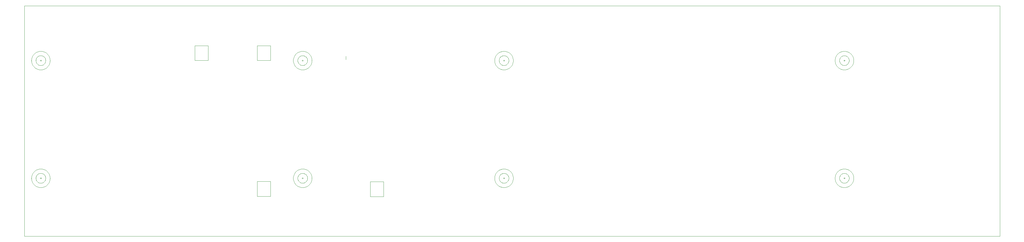
<source format=gts>
*%FSLAX23Y23*%
*%MOIN*%
G01*
D11*
X4105Y6604D02*
X15837D01*
Y9379D02*
X4105D01*
Y6604D01*
X15837D02*
Y9379D01*
D25*
X15125Y8629D02*
D03*
Y7189D02*
D03*
D27*
X15185Y9204D02*
D03*
X15180Y8494D02*
D03*
X15175Y8789D02*
D03*
X15125Y8919D02*
D03*
Y8569D02*
D03*
X15185Y7789D02*
D03*
Y7084D02*
D03*
Y6734D02*
D03*
X15155Y6759D02*
D03*
X15125Y6784D02*
D03*
X15095Y6809D02*
D03*
X15185Y7134D02*
D03*
X15155Y7349D02*
D03*
Y7489D02*
D03*
X15030Y6829D02*
D03*
X15025Y7534D02*
D03*
X14885Y8884D02*
D03*
X14990Y8839D02*
D03*
X14880Y8179D02*
D03*
X14915Y8639D02*
D03*
X14850Y8769D02*
D03*
X15020Y8239D02*
D03*
X14840Y7284D02*
D03*
X14885Y7399D02*
D03*
Y6769D02*
D03*
X14935Y7194D02*
D03*
X14710Y9134D02*
D03*
X14705Y8359D02*
D03*
X14710Y7709D02*
D03*
X14485Y9079D02*
D03*
Y8649D02*
D03*
Y8004D02*
D03*
X14455Y8929D02*
D03*
X14490Y7089D02*
D03*
X14560Y6904D02*
D03*
X14350Y8184D02*
D03*
X14290Y7860D02*
D03*
Y8504D02*
D03*
X14295Y9249D02*
D03*
X14345Y7264D02*
D03*
Y7534D02*
D03*
X14094Y9064D02*
D03*
X14185Y8909D02*
D03*
X14095Y8239D02*
D03*
X14145Y7554D02*
D03*
X13955Y9209D02*
D03*
X13900Y6989D02*
D03*
X14038Y7662D02*
D03*
X13705Y9334D02*
D03*
X13780Y8889D02*
D03*
X13790Y7794D02*
D03*
Y8279D02*
D03*
X13805Y8379D02*
D03*
X13730Y7934D02*
D03*
X13670Y8368D02*
D03*
X13795Y7934D02*
D03*
X13765Y6894D02*
D03*
X13790Y7284D02*
D03*
X13805Y7454D02*
D03*
X13660Y7599D02*
D03*
X13480Y8609D02*
D03*
X13511Y8574D02*
D03*
X13570Y8889D02*
D03*
X13485Y8104D02*
D03*
Y7619D02*
D03*
X13540Y6794D02*
D03*
X13578Y7044D02*
D03*
X13485Y7529D02*
D03*
X13335Y9299D02*
D03*
X13370Y8434D02*
D03*
X13385Y7964D02*
D03*
X13363Y8521D02*
D03*
X13260Y8474D02*
D03*
X13425Y7964D02*
D03*
X13410Y7919D02*
D03*
X13425Y7019D02*
D03*
X13410Y7434D02*
D03*
X13430Y6944D02*
D03*
X13410Y7474D02*
D03*
X13250Y7987D02*
D03*
X13185Y8909D02*
D03*
X13120Y6997D02*
D03*
X13255Y7539D02*
D03*
X12885Y9249D02*
D03*
X12880Y7874D02*
D03*
Y8324D02*
D03*
Y8699D02*
D03*
Y8549D02*
D03*
Y8099D02*
D03*
X12930Y7019D02*
D03*
X12880Y7424D02*
D03*
Y7199D02*
D03*
Y7649D02*
D03*
X12857Y9324D02*
D03*
X12805Y9074D02*
D03*
X12804Y9194D02*
D03*
X12736Y8979D02*
D03*
X12750Y6854D02*
D03*
X12865D02*
D03*
Y6959D02*
D03*
X12750Y6989D02*
D03*
X12715Y6874D02*
D03*
X12575Y9134D02*
D03*
X12610Y8499D02*
D03*
X12505Y9152D02*
D03*
X12525Y8509D02*
D03*
X12495Y8479D02*
D03*
X12623Y8808D02*
D03*
X12601Y8778D02*
D03*
X12560Y8344D02*
D03*
X12570Y7759D02*
D03*
X12568Y8190D02*
D03*
X12531Y7955D02*
D03*
X12593Y6796D02*
D03*
X12465Y8788D02*
D03*
X12284Y8909D02*
D03*
X12343Y8363D02*
D03*
X12403Y8364D02*
D03*
X12373Y8394D02*
D03*
X12313D02*
D03*
X12435Y8419D02*
D03*
X12465Y8449D02*
D03*
X12285Y7754D02*
D03*
X12440Y7759D02*
D03*
X12437Y8190D02*
D03*
Y8065D02*
D03*
X12470Y7299D02*
D03*
X12315Y6854D02*
D03*
Y7009D02*
D03*
X12470Y7635D02*
D03*
X12415Y7069D02*
D03*
Y6949D02*
D03*
X12450Y6909D02*
D03*
X12361Y6764D02*
D03*
X12244Y8909D02*
D03*
X12258Y8394D02*
D03*
X12228Y8419D02*
D03*
X12198Y8449D02*
D03*
X12168Y8479D02*
D03*
X12113Y8404D02*
D03*
X12100Y7869D02*
D03*
X12130Y7839D02*
D03*
X12255Y7784D02*
D03*
X12225Y7814D02*
D03*
X12195Y7844D02*
D03*
X12200Y6854D02*
D03*
Y7039D02*
D03*
X12165Y6874D02*
D03*
X12053Y8464D02*
D03*
X11910Y8294D02*
D03*
X12083Y8434D02*
D03*
X12070Y7899D02*
D03*
X12040Y7929D02*
D03*
X11970Y7939D02*
D03*
X11940Y7969D02*
D03*
X11910Y7999D02*
D03*
X11965Y7559D02*
D03*
X12045Y6796D02*
D03*
X11903Y6909D02*
D03*
X11901Y7319D02*
D03*
X11880Y8029D02*
D03*
Y8089D02*
D03*
X11850Y8119D02*
D03*
X11820Y8149D02*
D03*
X11765Y8239D02*
D03*
X11720Y6704D02*
D03*
X11750Y6734D02*
D03*
X11765Y7559D02*
D03*
X11705Y7214D02*
D03*
X11835Y7229D02*
D03*
X11865Y6909D02*
D03*
X11805Y6759D02*
D03*
X11830Y7039D02*
D03*
X11570Y8524D02*
D03*
X11535Y8494D02*
D03*
X11505Y8524D02*
D03*
X11655Y7300D02*
D03*
X11625Y7414D02*
D03*
X11595Y7484D02*
D03*
X11565Y7559D02*
D03*
X11535Y6824D02*
D03*
X11660Y6649D02*
D03*
X11690Y6674D02*
D03*
X11385Y8324D02*
D03*
Y8024D02*
D03*
X11445Y8584D02*
D03*
X11410Y8375D02*
D03*
Y8120D02*
D03*
Y7903D02*
D03*
X11307Y8644D02*
D03*
X11385Y7679D02*
D03*
X11355Y7069D02*
D03*
X11410Y7647D02*
D03*
X11323Y7378D02*
D03*
X11465Y7389D02*
D03*
X11311Y6914D02*
D03*
X11220Y8529D02*
D03*
X11175Y8304D02*
D03*
X11300Y8218D02*
D03*
Y7824D02*
D03*
X11250Y8304D02*
D03*
X11200Y7094D02*
D03*
X11230Y7499D02*
D03*
X11155Y7144D02*
D03*
X11110D02*
D03*
Y7094D02*
D03*
X11150Y7709D02*
D03*
Y7634D02*
D03*
X11165Y7304D02*
D03*
X11055Y8444D02*
D03*
X10937Y8644D02*
D03*
X10976Y7199D02*
D03*
X11035Y7334D02*
D03*
X10935Y7199D02*
D03*
X11005Y6889D02*
D03*
Y6964D02*
D03*
X11095Y7579D02*
D03*
X10976Y7374D02*
D03*
X10760Y9344D02*
D03*
X10845Y8529D02*
D03*
X10760Y8644D02*
D03*
X10890Y7499D02*
D03*
X10780Y7035D02*
D03*
X10745Y6659D02*
D03*
X10641Y8444D02*
D03*
X10560Y7724D02*
D03*
X10681Y7579D02*
D03*
X10440Y8198D02*
D03*
X10490Y8524D02*
D03*
X10345Y8257D02*
D03*
X10350Y7989D02*
D03*
X10440Y7804D02*
D03*
X10330Y7903D02*
D03*
X10415Y8664D02*
D03*
X10480Y8399D02*
D03*
Y8329D02*
D03*
X10350Y7674D02*
D03*
X10510Y7499D02*
D03*
X10464Y7473D02*
D03*
X10485Y7724D02*
D03*
X10330Y7627D02*
D03*
X10140Y8329D02*
D03*
Y8399D02*
D03*
X10228Y7754D02*
D03*
X10200Y7924D02*
D03*
X10145Y8899D02*
D03*
X10230Y8440D02*
D03*
X10210Y8139D02*
D03*
X10260Y6749D02*
D03*
X10205Y7439D02*
D03*
X10235Y7489D02*
D03*
X10170Y7647D02*
D03*
X10140Y7521D02*
D03*
X9935Y8170D02*
D03*
X9611Y8159D02*
D03*
X9370Y8184D02*
D03*
X9530Y8034D02*
D03*
X9360Y8584D02*
D03*
X9315Y8284D02*
D03*
Y8384D02*
D03*
X9320Y8884D02*
D03*
Y8784D02*
D03*
X9266Y8134D02*
D03*
X9270Y8634D02*
D03*
X9230Y7174D02*
D03*
X9255Y7609D02*
D03*
X9110Y8459D02*
D03*
X8990Y8179D02*
D03*
Y8694D02*
D03*
X9068Y8179D02*
D03*
X9017Y8294D02*
D03*
X9094Y8694D02*
D03*
X9017Y8799D02*
D03*
X9120Y8964D02*
D03*
X8985Y7084D02*
D03*
X9090Y7232D02*
D03*
X9060Y7174D02*
D03*
X8880Y8109D02*
D03*
Y8614D02*
D03*
X8815Y8303D02*
D03*
Y8808D02*
D03*
X8890Y7344D02*
D03*
X8945Y7444D02*
D03*
X8585Y7949D02*
D03*
Y7504D02*
D03*
X8610Y7339D02*
D03*
X8745Y7184D02*
D03*
X8415Y8164D02*
D03*
Y8669D02*
D03*
X8240Y8929D02*
D03*
X8110Y8721D02*
D03*
X7815Y8749D02*
D03*
Y7304D02*
D03*
X7710Y7344D02*
D03*
X7300Y6859D02*
D03*
X6715Y8494D02*
D03*
X6612Y9124D02*
D03*
X6575Y8494D02*
D03*
X6485Y7304D02*
D03*
X5865Y9129D02*
D03*
X5962Y8494D02*
D03*
X5823D02*
D03*
X5340Y7979D02*
D03*
X5335Y8529D02*
D03*
X5190Y8474D02*
D03*
Y7924D02*
D03*
X5226Y7727D02*
D03*
X5190Y7419D02*
D03*
X5130Y7139D02*
D03*
X5060Y7174D02*
D03*
X5040Y8224D02*
D03*
Y7927D02*
D03*
X4926Y8424D02*
D03*
X4655Y8024D02*
D03*
X4840Y7394D02*
D03*
X4820Y7579D02*
D03*
X4305Y6794D02*
D03*
D31*
X13855Y8720D02*
X13856D01*
X13855D02*
X13856Y8709D01*
X13857Y8699D01*
X13860Y8688D01*
X13863Y8678D01*
X13867Y8669D01*
X13873Y8659D01*
X13879Y8651D01*
X13886Y8643D01*
X13894Y8635D01*
X13902Y8629D01*
X13911Y8623D01*
X13920Y8618D01*
X13930Y8614D01*
X13941Y8611D01*
X13951Y8609D01*
X13962Y8608D01*
X13972D01*
X13983Y8609D01*
X13993Y8611D01*
X14004Y8614D01*
X14014Y8618D01*
X14023Y8623D01*
X14032Y8629D01*
X14040Y8635D01*
X14048Y8643D01*
X14055Y8651D01*
X14061Y8659D01*
X14067Y8669D01*
X14071Y8678D01*
X14074Y8688D01*
X14077Y8699D01*
X14078Y8709D01*
X14079Y8720D01*
X14080D01*
X14079D02*
X14078Y8731D01*
X14077Y8741D01*
X14074Y8752D01*
X14071Y8762D01*
X14067Y8771D01*
X14061Y8781D01*
X14055Y8789D01*
X14048Y8797D01*
X14040Y8805D01*
X14032Y8811D01*
X14023Y8817D01*
X14014Y8822D01*
X14004Y8826D01*
X13993Y8829D01*
X13983Y8831D01*
X13972Y8832D01*
X13962D01*
X13951Y8831D01*
X13941Y8829D01*
X13930Y8826D01*
X13920Y8822D01*
X13911Y8817D01*
X13902Y8811D01*
X13894Y8805D01*
X13886Y8797D01*
X13879Y8789D01*
X13873Y8781D01*
X13867Y8771D01*
X13863Y8762D01*
X13860Y8752D01*
X13857Y8741D01*
X13856Y8731D01*
X13855Y8720D01*
X13908D02*
X13909D01*
X13908D02*
X13909Y8711D01*
X13911Y8703D01*
X13914Y8694D01*
X13918Y8687D01*
X13924Y8680D01*
X13930Y8674D01*
X13938Y8669D01*
X13945Y8665D01*
X13954Y8662D01*
X13963Y8661D01*
X13971D01*
X13980Y8662D01*
X13989Y8665D01*
X13996Y8669D01*
X14004Y8674D01*
X14010Y8680D01*
X14016Y8687D01*
X14020Y8694D01*
X14023Y8703D01*
X14025Y8711D01*
X14026Y8720D01*
X14027D01*
X14026D02*
X14025Y8729D01*
X14023Y8737D01*
X14020Y8746D01*
X14016Y8753D01*
X14010Y8760D01*
X14004Y8766D01*
X13996Y8771D01*
X13989Y8775D01*
X13980Y8778D01*
X13971Y8779D01*
X13963D01*
X13954Y8778D01*
X13945Y8775D01*
X13938Y8771D01*
X13930Y8766D01*
X13924Y8760D01*
X13918Y8753D01*
X13914Y8746D01*
X13911Y8737D01*
X13909Y8729D01*
X13908Y8720D01*
X13961D02*
X13962D01*
X13961D02*
X13961Y8718D01*
X13962Y8716D01*
X13964Y8715D01*
X13966Y8714D01*
X13968D01*
X13970Y8715D01*
X13972Y8716D01*
X13973Y8718D01*
X13973Y8720D01*
X13974D01*
X13973D02*
X13973Y8722D01*
X13972Y8724D01*
X13970Y8725D01*
X13968Y8726D01*
X13966D01*
X13964Y8725D01*
X13962Y8724D01*
X13961Y8722D01*
X13961Y8720D01*
X13855Y7303D02*
X13856D01*
X13855D02*
X13856Y7292D01*
X13857Y7282D01*
X13860Y7271D01*
X13863Y7261D01*
X13867Y7252D01*
X13873Y7242D01*
X13879Y7234D01*
X13886Y7226D01*
X13894Y7218D01*
X13902Y7212D01*
X13911Y7206D01*
X13920Y7201D01*
X13930Y7197D01*
X13941Y7194D01*
X13951Y7192D01*
X13962Y7191D01*
X13972D01*
X13983Y7192D01*
X13993Y7194D01*
X14004Y7197D01*
X14014Y7201D01*
X14023Y7206D01*
X14032Y7212D01*
X14040Y7218D01*
X14048Y7226D01*
X14055Y7234D01*
X14061Y7242D01*
X14067Y7252D01*
X14071Y7261D01*
X14074Y7271D01*
X14077Y7282D01*
X14078Y7292D01*
X14079Y7303D01*
X14080D01*
X14079D02*
X14078Y7314D01*
X14077Y7324D01*
X14074Y7335D01*
X14071Y7345D01*
X14067Y7354D01*
X14061Y7364D01*
X14055Y7372D01*
X14048Y7380D01*
X14040Y7388D01*
X14032Y7394D01*
X14023Y7400D01*
X14014Y7405D01*
X14004Y7409D01*
X13993Y7412D01*
X13983Y7414D01*
X13972Y7415D01*
X13962D01*
X13951Y7414D01*
X13941Y7412D01*
X13930Y7409D01*
X13920Y7405D01*
X13911Y7400D01*
X13902Y7394D01*
X13894Y7388D01*
X13886Y7380D01*
X13879Y7372D01*
X13873Y7364D01*
X13867Y7354D01*
X13863Y7345D01*
X13860Y7335D01*
X13857Y7324D01*
X13856Y7314D01*
X13855Y7303D01*
X13908D02*
X13909D01*
X13908D02*
X13909Y7294D01*
X13911Y7286D01*
X13914Y7277D01*
X13918Y7270D01*
X13924Y7263D01*
X13930Y7257D01*
X13938Y7252D01*
X13945Y7248D01*
X13954Y7245D01*
X13963Y7244D01*
X13971D01*
X13980Y7245D01*
X13989Y7248D01*
X13996Y7252D01*
X14004Y7257D01*
X14010Y7263D01*
X14016Y7270D01*
X14020Y7277D01*
X14023Y7286D01*
X14025Y7294D01*
X14026Y7303D01*
X14027D01*
X14026D02*
X14025Y7312D01*
X14023Y7320D01*
X14020Y7329D01*
X14016Y7336D01*
X14010Y7343D01*
X14004Y7349D01*
X13996Y7354D01*
X13989Y7358D01*
X13980Y7361D01*
X13971Y7362D01*
X13963D01*
X13954Y7361D01*
X13945Y7358D01*
X13938Y7354D01*
X13930Y7349D01*
X13924Y7343D01*
X13918Y7336D01*
X13914Y7329D01*
X13911Y7320D01*
X13909Y7312D01*
X13908Y7303D01*
X13961D02*
X13962D01*
X13961D02*
X13961Y7301D01*
X13962Y7299D01*
X13964Y7298D01*
X13966Y7297D01*
X13968D01*
X13970Y7298D01*
X13972Y7299D01*
X13973Y7301D01*
X13973Y7303D01*
X13974D01*
X13973D02*
X13973Y7305D01*
X13972Y7307D01*
X13970Y7308D01*
X13968Y7309D01*
X13966D01*
X13964Y7308D01*
X13962Y7307D01*
X13961Y7305D01*
X13961Y7303D01*
X9761Y8720D02*
X9762D01*
X9761D02*
X9762Y8709D01*
X9763Y8699D01*
X9766Y8688D01*
X9769Y8678D01*
X9773Y8669D01*
X9779Y8659D01*
X9785Y8651D01*
X9792Y8643D01*
X9800Y8635D01*
X9808Y8629D01*
X9817Y8623D01*
X9826Y8618D01*
X9836Y8614D01*
X9847Y8611D01*
X9857Y8609D01*
X9868Y8608D01*
X9878D01*
X9889Y8609D01*
X9899Y8611D01*
X9910Y8614D01*
X9920Y8618D01*
X9929Y8623D01*
X9938Y8629D01*
X9946Y8635D01*
X9954Y8643D01*
X9961Y8651D01*
X9967Y8659D01*
X9973Y8669D01*
X9977Y8678D01*
X9980Y8688D01*
X9983Y8699D01*
X9984Y8709D01*
X9985Y8720D01*
X9986D01*
X9985D02*
X9984Y8731D01*
X9983Y8741D01*
X9980Y8752D01*
X9977Y8762D01*
X9973Y8771D01*
X9967Y8781D01*
X9961Y8789D01*
X9954Y8797D01*
X9946Y8805D01*
X9938Y8811D01*
X9929Y8817D01*
X9920Y8822D01*
X9910Y8826D01*
X9899Y8829D01*
X9889Y8831D01*
X9878Y8832D01*
X9868D01*
X9857Y8831D01*
X9847Y8829D01*
X9836Y8826D01*
X9826Y8822D01*
X9817Y8817D01*
X9808Y8811D01*
X9800Y8805D01*
X9792Y8797D01*
X9785Y8789D01*
X9779Y8781D01*
X9773Y8771D01*
X9769Y8762D01*
X9766Y8752D01*
X9763Y8741D01*
X9762Y8731D01*
X9761Y8720D01*
X9814D02*
X9815D01*
X9814D02*
X9815Y8711D01*
X9817Y8703D01*
X9820Y8694D01*
X9824Y8687D01*
X9830Y8680D01*
X9836Y8674D01*
X9844Y8669D01*
X9851Y8665D01*
X9860Y8662D01*
X9869Y8661D01*
X9877D01*
X9886Y8662D01*
X9895Y8665D01*
X9902Y8669D01*
X9910Y8674D01*
X9916Y8680D01*
X9922Y8687D01*
X9926Y8694D01*
X9929Y8703D01*
X9931Y8711D01*
X9932Y8720D01*
X9933D01*
X9932D02*
X9931Y8729D01*
X9929Y8737D01*
X9926Y8746D01*
X9922Y8753D01*
X9916Y8760D01*
X9910Y8766D01*
X9902Y8771D01*
X9895Y8775D01*
X9886Y8778D01*
X9877Y8779D01*
X9869D01*
X9860Y8778D01*
X9851Y8775D01*
X9844Y8771D01*
X9836Y8766D01*
X9830Y8760D01*
X9824Y8753D01*
X9820Y8746D01*
X9817Y8737D01*
X9815Y8729D01*
X9814Y8720D01*
X9867D02*
X9868D01*
X9867D02*
X9867Y8718D01*
X9868Y8716D01*
X9870Y8715D01*
X9872Y8714D01*
X9874D01*
X9876Y8715D01*
X9878Y8716D01*
X9879Y8718D01*
X9879Y8720D01*
X9880D01*
X9879D02*
X9879Y8722D01*
X9878Y8724D01*
X9876Y8725D01*
X9874Y8726D01*
X9872D01*
X9870Y8725D01*
X9868Y8724D01*
X9867Y8722D01*
X9867Y8720D01*
X9761Y7303D02*
X9762D01*
X9761D02*
X9762Y7292D01*
X9763Y7282D01*
X9766Y7271D01*
X9769Y7261D01*
X9773Y7252D01*
X9779Y7242D01*
X9785Y7234D01*
X9792Y7226D01*
X9800Y7218D01*
X9808Y7212D01*
X9817Y7206D01*
X9826Y7201D01*
X9836Y7197D01*
X9847Y7194D01*
X9857Y7192D01*
X9868Y7191D01*
X9878D01*
X9889Y7192D01*
X9899Y7194D01*
X9910Y7197D01*
X9920Y7201D01*
X9929Y7206D01*
X9938Y7212D01*
X9946Y7218D01*
X9954Y7226D01*
X9961Y7234D01*
X9967Y7242D01*
X9973Y7252D01*
X9977Y7261D01*
X9980Y7271D01*
X9983Y7282D01*
X9984Y7292D01*
X9985Y7303D01*
X9986D01*
X9985D02*
X9984Y7314D01*
X9983Y7324D01*
X9980Y7335D01*
X9977Y7345D01*
X9973Y7354D01*
X9967Y7364D01*
X9961Y7372D01*
X9954Y7380D01*
X9946Y7388D01*
X9938Y7394D01*
X9929Y7400D01*
X9920Y7405D01*
X9910Y7409D01*
X9899Y7412D01*
X9889Y7414D01*
X9878Y7415D01*
X9868D01*
X9857Y7414D01*
X9847Y7412D01*
X9836Y7409D01*
X9826Y7405D01*
X9817Y7400D01*
X9808Y7394D01*
X9800Y7388D01*
X9792Y7380D01*
X9785Y7372D01*
X9779Y7364D01*
X9773Y7354D01*
X9769Y7345D01*
X9766Y7335D01*
X9763Y7324D01*
X9762Y7314D01*
X9761Y7303D01*
X9814D02*
X9815D01*
X9814D02*
X9815Y7294D01*
X9817Y7286D01*
X9820Y7277D01*
X9824Y7270D01*
X9830Y7263D01*
X9836Y7257D01*
X9844Y7252D01*
X9851Y7248D01*
X9860Y7245D01*
X9869Y7244D01*
X9877D01*
X9886Y7245D01*
X9895Y7248D01*
X9902Y7252D01*
X9910Y7257D01*
X9916Y7263D01*
X9922Y7270D01*
X9926Y7277D01*
X9929Y7286D01*
X9931Y7294D01*
X9932Y7303D01*
X9933D01*
X9932D02*
X9931Y7312D01*
X9929Y7320D01*
X9926Y7329D01*
X9922Y7336D01*
X9916Y7343D01*
X9910Y7349D01*
X9902Y7354D01*
X9895Y7358D01*
X9886Y7361D01*
X9877Y7362D01*
X9869D01*
X9860Y7361D01*
X9851Y7358D01*
X9844Y7354D01*
X9836Y7349D01*
X9830Y7343D01*
X9824Y7336D01*
X9820Y7329D01*
X9817Y7320D01*
X9815Y7312D01*
X9814Y7303D01*
X9867D02*
X9868D01*
X9867D02*
X9867Y7301D01*
X9868Y7299D01*
X9870Y7298D01*
X9872Y7297D01*
X9874D01*
X9876Y7298D01*
X9878Y7299D01*
X9879Y7301D01*
X9879Y7303D01*
X9880D01*
X9879D02*
X9879Y7305D01*
X9878Y7307D01*
X9876Y7308D01*
X9874Y7309D01*
X9872D01*
X9870Y7308D01*
X9868Y7307D01*
X9867Y7305D01*
X9867Y7303D01*
X7339Y8720D02*
X7340D01*
X7339D02*
X7340Y8709D01*
X7341Y8699D01*
X7344Y8688D01*
X7347Y8678D01*
X7351Y8669D01*
X7357Y8659D01*
X7363Y8651D01*
X7370Y8643D01*
X7378Y8635D01*
X7386Y8629D01*
X7395Y8623D01*
X7404Y8618D01*
X7414Y8614D01*
X7425Y8611D01*
X7435Y8609D01*
X7446Y8608D01*
X7456D01*
X7467Y8609D01*
X7477Y8611D01*
X7488Y8614D01*
X7498Y8618D01*
X7507Y8623D01*
X7516Y8629D01*
X7524Y8635D01*
X7532Y8643D01*
X7539Y8651D01*
X7545Y8659D01*
X7551Y8669D01*
X7555Y8678D01*
X7558Y8688D01*
X7561Y8699D01*
X7562Y8709D01*
X7563Y8720D01*
X7564D01*
X7563D02*
X7562Y8731D01*
X7561Y8741D01*
X7558Y8752D01*
X7555Y8762D01*
X7551Y8771D01*
X7545Y8781D01*
X7539Y8789D01*
X7532Y8797D01*
X7524Y8805D01*
X7516Y8811D01*
X7507Y8817D01*
X7498Y8822D01*
X7488Y8826D01*
X7477Y8829D01*
X7467Y8831D01*
X7456Y8832D01*
X7446D01*
X7435Y8831D01*
X7425Y8829D01*
X7414Y8826D01*
X7404Y8822D01*
X7395Y8817D01*
X7386Y8811D01*
X7378Y8805D01*
X7370Y8797D01*
X7363Y8789D01*
X7357Y8781D01*
X7351Y8771D01*
X7347Y8762D01*
X7344Y8752D01*
X7341Y8741D01*
X7340Y8731D01*
X7339Y8720D01*
X7392D02*
X7393D01*
X7392D02*
X7393Y8711D01*
X7395Y8703D01*
X7398Y8694D01*
X7402Y8687D01*
X7408Y8680D01*
X7414Y8674D01*
X7422Y8669D01*
X7429Y8665D01*
X7438Y8662D01*
X7447Y8661D01*
X7455D01*
X7464Y8662D01*
X7473Y8665D01*
X7480Y8669D01*
X7488Y8674D01*
X7494Y8680D01*
X7500Y8687D01*
X7504Y8694D01*
X7507Y8703D01*
X7509Y8711D01*
X7510Y8720D01*
X7511D01*
X7510D02*
X7509Y8729D01*
X7507Y8737D01*
X7504Y8746D01*
X7500Y8753D01*
X7494Y8760D01*
X7488Y8766D01*
X7480Y8771D01*
X7473Y8775D01*
X7464Y8778D01*
X7455Y8779D01*
X7447D01*
X7438Y8778D01*
X7429Y8775D01*
X7422Y8771D01*
X7414Y8766D01*
X7408Y8760D01*
X7402Y8753D01*
X7398Y8746D01*
X7395Y8737D01*
X7393Y8729D01*
X7392Y8720D01*
X7445D02*
X7446D01*
X7445D02*
X7445Y8718D01*
X7446Y8716D01*
X7448Y8715D01*
X7450Y8714D01*
X7452D01*
X7454Y8715D01*
X7456Y8716D01*
X7457Y8718D01*
X7457Y8720D01*
X7458D01*
X7457D02*
X7457Y8722D01*
X7456Y8724D01*
X7454Y8725D01*
X7452Y8726D01*
X7450D01*
X7448Y8725D01*
X7446Y8724D01*
X7445Y8722D01*
X7445Y8720D01*
X7339Y7303D02*
X7340D01*
X7339D02*
X7340Y7292D01*
X7341Y7282D01*
X7344Y7271D01*
X7347Y7261D01*
X7351Y7252D01*
X7357Y7242D01*
X7363Y7234D01*
X7370Y7226D01*
X7378Y7218D01*
X7386Y7212D01*
X7395Y7206D01*
X7404Y7201D01*
X7414Y7197D01*
X7425Y7194D01*
X7435Y7192D01*
X7446Y7191D01*
X7456D01*
X7467Y7192D01*
X7477Y7194D01*
X7488Y7197D01*
X7498Y7201D01*
X7507Y7206D01*
X7516Y7212D01*
X7524Y7218D01*
X7532Y7226D01*
X7539Y7234D01*
X7545Y7242D01*
X7551Y7252D01*
X7555Y7261D01*
X7558Y7271D01*
X7561Y7282D01*
X7562Y7292D01*
X7563Y7303D01*
X7564D01*
X7563D02*
X7562Y7314D01*
X7561Y7324D01*
X7558Y7335D01*
X7555Y7345D01*
X7551Y7354D01*
X7545Y7364D01*
X7539Y7372D01*
X7532Y7380D01*
X7524Y7388D01*
X7516Y7394D01*
X7507Y7400D01*
X7498Y7405D01*
X7488Y7409D01*
X7477Y7412D01*
X7467Y7414D01*
X7456Y7415D01*
X7446D01*
X7435Y7414D01*
X7425Y7412D01*
X7414Y7409D01*
X7404Y7405D01*
X7395Y7400D01*
X7386Y7394D01*
X7378Y7388D01*
X7370Y7380D01*
X7363Y7372D01*
X7357Y7364D01*
X7351Y7354D01*
X7347Y7345D01*
X7344Y7335D01*
X7341Y7324D01*
X7340Y7314D01*
X7339Y7303D01*
X7392D02*
X7393D01*
X7392D02*
X7393Y7294D01*
X7395Y7286D01*
X7398Y7277D01*
X7402Y7270D01*
X7408Y7263D01*
X7414Y7257D01*
X7422Y7252D01*
X7429Y7248D01*
X7438Y7245D01*
X7447Y7244D01*
X7455D01*
X7464Y7245D01*
X7473Y7248D01*
X7480Y7252D01*
X7488Y7257D01*
X7494Y7263D01*
X7500Y7270D01*
X7504Y7277D01*
X7507Y7286D01*
X7509Y7294D01*
X7510Y7303D01*
X7511D01*
X7510D02*
X7509Y7312D01*
X7507Y7320D01*
X7504Y7329D01*
X7500Y7336D01*
X7494Y7343D01*
X7488Y7349D01*
X7480Y7354D01*
X7473Y7358D01*
X7464Y7361D01*
X7455Y7362D01*
X7447D01*
X7438Y7361D01*
X7429Y7358D01*
X7422Y7354D01*
X7414Y7349D01*
X7408Y7343D01*
X7402Y7336D01*
X7398Y7329D01*
X7395Y7320D01*
X7393Y7312D01*
X7392Y7303D01*
X7445D02*
X7446D01*
X7445D02*
X7445Y7301D01*
X7446Y7299D01*
X7448Y7298D01*
X7450Y7297D01*
X7452D01*
X7454Y7298D01*
X7456Y7299D01*
X7457Y7301D01*
X7457Y7303D01*
X7458D01*
X7457D02*
X7457Y7305D01*
X7456Y7307D01*
X7454Y7308D01*
X7452Y7309D01*
X7450D01*
X7448Y7308D01*
X7446Y7307D01*
X7445Y7305D01*
X7445Y7303D01*
X4190Y8720D02*
X4191D01*
X4190D02*
X4191Y8709D01*
X4192Y8699D01*
X4195Y8688D01*
X4198Y8678D01*
X4202Y8669D01*
X4208Y8659D01*
X4214Y8651D01*
X4221Y8643D01*
X4229Y8635D01*
X4237Y8629D01*
X4246Y8623D01*
X4255Y8618D01*
X4265Y8614D01*
X4276Y8611D01*
X4286Y8609D01*
X4297Y8608D01*
X4307D01*
X4318Y8609D01*
X4328Y8611D01*
X4339Y8614D01*
X4349Y8618D01*
X4358Y8623D01*
X4367Y8629D01*
X4375Y8635D01*
X4383Y8643D01*
X4390Y8651D01*
X4396Y8659D01*
X4402Y8669D01*
X4406Y8678D01*
X4409Y8688D01*
X4412Y8699D01*
X4413Y8709D01*
X4414Y8720D01*
X4415D01*
X4414D02*
X4413Y8731D01*
X4412Y8741D01*
X4409Y8752D01*
X4406Y8762D01*
X4402Y8771D01*
X4396Y8781D01*
X4390Y8789D01*
X4383Y8797D01*
X4375Y8805D01*
X4367Y8811D01*
X4358Y8817D01*
X4349Y8822D01*
X4339Y8826D01*
X4328Y8829D01*
X4318Y8831D01*
X4307Y8832D01*
X4297D01*
X4286Y8831D01*
X4276Y8829D01*
X4265Y8826D01*
X4255Y8822D01*
X4246Y8817D01*
X4237Y8811D01*
X4229Y8805D01*
X4221Y8797D01*
X4214Y8789D01*
X4208Y8781D01*
X4202Y8771D01*
X4198Y8762D01*
X4195Y8752D01*
X4192Y8741D01*
X4191Y8731D01*
X4190Y8720D01*
X4243D02*
X4244D01*
X4243D02*
X4244Y8711D01*
X4246Y8703D01*
X4249Y8694D01*
X4253Y8687D01*
X4259Y8680D01*
X4265Y8674D01*
X4272Y8669D01*
X4280Y8665D01*
X4289Y8662D01*
X4298Y8661D01*
X4306D01*
X4315Y8662D01*
X4324Y8665D01*
X4332Y8669D01*
X4339Y8674D01*
X4345Y8680D01*
X4351Y8687D01*
X4355Y8694D01*
X4358Y8703D01*
X4360Y8711D01*
X4361Y8720D01*
X4362D01*
X4361D02*
X4360Y8729D01*
X4358Y8737D01*
X4355Y8746D01*
X4351Y8753D01*
X4345Y8760D01*
X4339Y8766D01*
X4332Y8771D01*
X4324Y8775D01*
X4315Y8778D01*
X4306Y8779D01*
X4298D01*
X4289Y8778D01*
X4280Y8775D01*
X4272Y8771D01*
X4265Y8766D01*
X4259Y8760D01*
X4253Y8753D01*
X4249Y8746D01*
X4246Y8737D01*
X4244Y8729D01*
X4243Y8720D01*
X4296D02*
X4297D01*
X4296D02*
X4296Y8718D01*
X4297Y8716D01*
X4299Y8715D01*
X4301Y8714D01*
X4303D01*
X4305Y8715D01*
X4307Y8716D01*
X4308Y8718D01*
X4308Y8720D01*
X4309D01*
X4308D02*
X4308Y8722D01*
X4307Y8724D01*
X4305Y8725D01*
X4303Y8726D01*
X4301D01*
X4299Y8725D01*
X4297Y8724D01*
X4296Y8722D01*
X4296Y8720D01*
X4190Y7303D02*
X4191D01*
X4190D02*
X4191Y7292D01*
X4192Y7282D01*
X4195Y7271D01*
X4198Y7261D01*
X4202Y7252D01*
X4208Y7242D01*
X4214Y7234D01*
X4221Y7226D01*
X4229Y7218D01*
X4237Y7212D01*
X4246Y7206D01*
X4255Y7201D01*
X4265Y7197D01*
X4276Y7194D01*
X4286Y7192D01*
X4297Y7191D01*
X4307D01*
X4318Y7192D01*
X4328Y7194D01*
X4339Y7197D01*
X4349Y7201D01*
X4358Y7206D01*
X4367Y7212D01*
X4375Y7218D01*
X4383Y7226D01*
X4390Y7234D01*
X4396Y7242D01*
X4402Y7252D01*
X4406Y7261D01*
X4409Y7271D01*
X4412Y7282D01*
X4413Y7292D01*
X4414Y7303D01*
X4415D01*
X4414D02*
X4413Y7314D01*
X4412Y7324D01*
X4409Y7335D01*
X4406Y7345D01*
X4402Y7354D01*
X4396Y7364D01*
X4390Y7372D01*
X4383Y7380D01*
X4375Y7388D01*
X4367Y7394D01*
X4358Y7400D01*
X4349Y7405D01*
X4339Y7409D01*
X4328Y7412D01*
X4318Y7414D01*
X4307Y7415D01*
X4297D01*
X4286Y7414D01*
X4276Y7412D01*
X4265Y7409D01*
X4255Y7405D01*
X4246Y7400D01*
X4237Y7394D01*
X4229Y7388D01*
X4221Y7380D01*
X4214Y7372D01*
X4208Y7364D01*
X4202Y7354D01*
X4198Y7345D01*
X4195Y7335D01*
X4192Y7324D01*
X4191Y7314D01*
X4190Y7303D01*
X4243D02*
X4244D01*
X4243D02*
X4244Y7294D01*
X4246Y7286D01*
X4249Y7277D01*
X4253Y7270D01*
X4259Y7263D01*
X4265Y7257D01*
X4272Y7252D01*
X4280Y7248D01*
X4289Y7245D01*
X4298Y7244D01*
X4306D01*
X4315Y7245D01*
X4324Y7248D01*
X4332Y7252D01*
X4339Y7257D01*
X4345Y7263D01*
X4351Y7270D01*
X4355Y7277D01*
X4358Y7286D01*
X4360Y7294D01*
X4361Y7303D01*
X4362D01*
X4361D02*
X4360Y7312D01*
X4358Y7320D01*
X4355Y7329D01*
X4351Y7336D01*
X4345Y7343D01*
X4339Y7349D01*
X4332Y7354D01*
X4324Y7358D01*
X4315Y7361D01*
X4306Y7362D01*
X4298D01*
X4289Y7361D01*
X4280Y7358D01*
X4272Y7354D01*
X4265Y7349D01*
X4259Y7343D01*
X4253Y7336D01*
X4249Y7329D01*
X4246Y7320D01*
X4244Y7312D01*
X4243Y7303D01*
X4296D02*
X4297D01*
X4296D02*
X4296Y7301D01*
X4297Y7299D01*
X4299Y7298D01*
X4301Y7297D01*
X4303D01*
X4305Y7298D01*
X4307Y7299D01*
X4308Y7301D01*
X4308Y7303D01*
X4309D01*
X4308D02*
X4308Y7305D01*
X4307Y7307D01*
X4305Y7308D01*
X4303Y7309D01*
X4301D01*
X4299Y7308D01*
X4297Y7307D01*
X4296Y7305D01*
X4296Y7303D01*
D35*
X11305Y9139D02*
D03*
X10905D02*
D03*
X11855Y9239D02*
D03*
X11805Y9139D02*
D03*
X11755Y9239D02*
D03*
X11705Y9139D02*
D03*
X11655Y9239D02*
D03*
X11605Y9139D02*
D03*
X11555Y9239D02*
D03*
X11505Y9139D02*
D03*
X11455Y9239D02*
D03*
X11405Y9139D02*
D03*
X11355Y9239D02*
D03*
X11255D02*
D03*
X11205Y9139D02*
D03*
X11155Y9239D02*
D03*
X11105Y9139D02*
D03*
X11055Y9239D02*
D03*
X11005Y9139D02*
D03*
X10955Y9239D02*
D03*
X10115Y9139D02*
D03*
X9715D02*
D03*
X10665Y9239D02*
D03*
X10615Y9139D02*
D03*
X10565Y9239D02*
D03*
X10515Y9139D02*
D03*
X10465Y9239D02*
D03*
X10415Y9139D02*
D03*
X10365Y9239D02*
D03*
X10315Y9139D02*
D03*
X10265Y9239D02*
D03*
X10215Y9139D02*
D03*
X10165Y9239D02*
D03*
X10065D02*
D03*
X10015Y9139D02*
D03*
X9965Y9239D02*
D03*
X9915Y9139D02*
D03*
X9865Y9239D02*
D03*
X9815Y9139D02*
D03*
X9765Y9239D02*
D03*
X9155Y7454D02*
D03*
X9355D02*
D03*
X4352Y7961D02*
D03*
Y7561D02*
D03*
X4252Y8511D02*
D03*
X4352Y8461D02*
D03*
X4252Y8411D02*
D03*
X4352Y8361D02*
D03*
X4252Y8311D02*
D03*
X4352Y8261D02*
D03*
X4252Y8211D02*
D03*
X4352Y8161D02*
D03*
X4252Y8111D02*
D03*
X4352Y8061D02*
D03*
X4252Y8011D02*
D03*
Y7911D02*
D03*
X4352Y7861D02*
D03*
X4252Y7811D02*
D03*
X4352Y7761D02*
D03*
X4252Y7711D02*
D03*
X4352Y7661D02*
D03*
X4252Y7611D02*
D03*
D36*
X10685Y7009D02*
D03*
X10595D02*
D03*
X10505D02*
D03*
D39*
X11416Y6784D02*
D03*
X11316D02*
D03*
X11216D02*
D03*
X11116D02*
D03*
X11016D02*
D03*
X10916D02*
D03*
X8990D02*
D03*
X9090D02*
D03*
X9190D02*
D03*
X9290D02*
D03*
X9390D02*
D03*
X9490D02*
D03*
D41*
X14885Y7754D02*
D03*
X14880Y8459D02*
D03*
X14885Y9169D02*
D03*
Y7049D02*
D03*
X13420Y8814D02*
D03*
X13425Y7819D02*
D03*
Y8304D02*
D03*
Y7309D02*
D03*
D42*
X15371Y9175D02*
D03*
Y9075D02*
D03*
Y8366D02*
D03*
Y8466D02*
D03*
Y7757D02*
D03*
Y7657D02*
D03*
Y6948D02*
D03*
Y7048D02*
D03*
D44*
X10849Y9211D02*
D03*
X9659D02*
D03*
X4280Y7505D02*
D03*
D51*
X15571Y9275D02*
D03*
D53*
Y8875D02*
D03*
Y8566D02*
D03*
Y8166D02*
D03*
Y7457D02*
D03*
Y7857D02*
D03*
Y7148D02*
D03*
Y6748D02*
D03*
D55*
X12645Y7583D02*
D03*
D59*
X12461Y8620D02*
D03*
X12441D02*
D03*
X12422D02*
D03*
X12402D02*
D03*
X12382D02*
D03*
X12363D02*
D03*
X12343D02*
D03*
X12323D02*
D03*
X12304D02*
D03*
X12284D02*
D03*
X12264D02*
D03*
X12244D02*
D03*
X12461Y8975D02*
D03*
X12244D02*
D03*
X12264D02*
D03*
X12284D02*
D03*
X12304D02*
D03*
X12323D02*
D03*
X12343D02*
D03*
X12363D02*
D03*
X12382D02*
D03*
X12402D02*
D03*
X12422D02*
D03*
X12441D02*
D03*
D62*
X11370Y8599D02*
D03*
X11350D02*
D03*
X11331D02*
D03*
X11311D02*
D03*
X11291D02*
D03*
X11272D02*
D03*
X11252D02*
D03*
X11232D02*
D03*
X11212D02*
D03*
X11193D02*
D03*
X11173D02*
D03*
X11154D02*
D03*
X11134D02*
D03*
X11114D02*
D03*
X11094D02*
D03*
X11075D02*
D03*
X11055D02*
D03*
X11035D02*
D03*
X11016D02*
D03*
X10996D02*
D03*
X10976D02*
D03*
X10957D02*
D03*
X10937D02*
D03*
X10917D02*
D03*
X10898D02*
D03*
X10878D02*
D03*
X10858D02*
D03*
X10838D02*
D03*
X10819D02*
D03*
X10799D02*
D03*
X10779D02*
D03*
X10760D02*
D03*
X10740D02*
D03*
X10720D02*
D03*
X10701D02*
D03*
X10681D02*
D03*
X10661D02*
D03*
X10642D02*
D03*
X10622D02*
D03*
X10602D02*
D03*
X10583D02*
D03*
X10563D02*
D03*
X10543D02*
D03*
X10524D02*
D03*
X10504D02*
D03*
X10484D02*
D03*
X10464D02*
D03*
X10445D02*
D03*
X10425D02*
D03*
X10405D02*
D03*
X10386D02*
D03*
X10366D02*
D03*
X11370Y7423D02*
D03*
X10366D02*
D03*
X10386D02*
D03*
X10405D02*
D03*
X10425D02*
D03*
X10445D02*
D03*
X10464D02*
D03*
X10484D02*
D03*
X10504D02*
D03*
X10524D02*
D03*
X10543D02*
D03*
X10563D02*
D03*
X10583D02*
D03*
X10602D02*
D03*
X10622D02*
D03*
X10642D02*
D03*
X10661D02*
D03*
X10681D02*
D03*
X10701D02*
D03*
X10720D02*
D03*
X10740D02*
D03*
X10760D02*
D03*
X10779D02*
D03*
X10799D02*
D03*
X10819D02*
D03*
X10838D02*
D03*
X10858D02*
D03*
X10878D02*
D03*
X10898D02*
D03*
X10917D02*
D03*
X10937D02*
D03*
X10957D02*
D03*
X10976D02*
D03*
X10996D02*
D03*
X11016D02*
D03*
X11035D02*
D03*
X11055D02*
D03*
X11075D02*
D03*
X11094D02*
D03*
X11114D02*
D03*
X11134D02*
D03*
X11154D02*
D03*
X11173D02*
D03*
X11193D02*
D03*
X11212D02*
D03*
X11232D02*
D03*
X11252D02*
D03*
X11272D02*
D03*
X11291D02*
D03*
X11311D02*
D03*
X11331D02*
D03*
X11350D02*
D03*
D65*
X9425Y7294D02*
D03*
X9393D02*
D03*
X9362D02*
D03*
X9330D02*
D03*
X9299D02*
D03*
X9267D02*
D03*
X9236D02*
D03*
X9204D02*
D03*
X9207Y6959D02*
D03*
X9239D02*
D03*
X9270D02*
D03*
X9302D02*
D03*
X9333D02*
D03*
X9365D02*
D03*
X9396D02*
D03*
X9428D02*
D03*
D66*
X11933Y6885D02*
D03*
X12010D02*
D03*
X11984D02*
D03*
X12010Y6761D02*
D03*
X11984D02*
D03*
X11959D02*
D03*
X11933D02*
D03*
X11959Y6885D02*
D03*
X12483D02*
D03*
X12560D02*
D03*
X12534D02*
D03*
X12560Y6761D02*
D03*
X12534D02*
D03*
X12509D02*
D03*
X12483D02*
D03*
X12509Y6885D02*
D03*
D67*
X8940Y8109D02*
D03*
X8966D02*
D03*
X8991D02*
D03*
X9017D02*
D03*
X9042D02*
D03*
X9068D02*
D03*
X9094D02*
D03*
X9119D02*
D03*
Y8361D02*
D03*
X9094D02*
D03*
X9068D02*
D03*
X9042D02*
D03*
X9017D02*
D03*
X8991D02*
D03*
X8966D02*
D03*
X8940D02*
D03*
Y8614D02*
D03*
X8966D02*
D03*
X8991D02*
D03*
X9017D02*
D03*
X9042D02*
D03*
X9068D02*
D03*
X9094D02*
D03*
X9119D02*
D03*
Y8866D02*
D03*
X9094D02*
D03*
X9068D02*
D03*
X9042D02*
D03*
X9017D02*
D03*
X8991D02*
D03*
X8966D02*
D03*
X8940D02*
D03*
D73*
X15125Y8853D02*
D03*
X15175Y8629D02*
D03*
X15225D02*
D03*
X15275D02*
D03*
Y8853D02*
D03*
X15225D02*
D03*
X15175D02*
D03*
X15125Y7413D02*
D03*
X15175Y7189D02*
D03*
X15225D02*
D03*
X15275D02*
D03*
Y7413D02*
D03*
X15225D02*
D03*
X15175D02*
D03*
D80*
X13625Y9224D02*
D03*
Y9299D02*
D03*
X13910Y9224D02*
D03*
Y9299D02*
D03*
X13570Y8074D02*
D03*
Y7999D02*
D03*
X13855Y8074D02*
D03*
Y7999D02*
D03*
X13865Y8519D02*
D03*
Y8444D02*
D03*
X13580Y8519D02*
D03*
Y8444D02*
D03*
X13865Y7594D02*
D03*
Y7519D02*
D03*
X13580Y7594D02*
D03*
Y7519D02*
D03*
X10740Y6944D02*
D03*
X10665D02*
D03*
X10595D02*
D03*
X10520D02*
D03*
X10440D02*
D03*
X10365D02*
D03*
D81*
X10702Y6864D02*
D03*
X10557D02*
D03*
X10402D02*
D03*
D85*
X11456Y8513D02*
D03*
Y8493D02*
D03*
Y8474D02*
D03*
Y8454D02*
D03*
Y8434D02*
D03*
Y8415D02*
D03*
Y8395D02*
D03*
Y8375D02*
D03*
Y8356D02*
D03*
Y8336D02*
D03*
Y8316D02*
D03*
Y8296D02*
D03*
Y8277D02*
D03*
Y8257D02*
D03*
Y8237D02*
D03*
Y8218D02*
D03*
Y8198D02*
D03*
Y8178D02*
D03*
Y8159D02*
D03*
Y8139D02*
D03*
Y8080D02*
D03*
Y8060D02*
D03*
Y8041D02*
D03*
Y8021D02*
D03*
Y8001D02*
D03*
Y7982D02*
D03*
Y7962D02*
D03*
Y7942D02*
D03*
Y7922D02*
D03*
Y7903D02*
D03*
Y7883D02*
D03*
Y7863D02*
D03*
Y7844D02*
D03*
Y7824D02*
D03*
Y7804D02*
D03*
Y7785D02*
D03*
Y7765D02*
D03*
Y7745D02*
D03*
Y7726D02*
D03*
Y7706D02*
D03*
Y7686D02*
D03*
Y7666D02*
D03*
Y7647D02*
D03*
Y7627D02*
D03*
Y7608D02*
D03*
Y7588D02*
D03*
Y7568D02*
D03*
Y7548D02*
D03*
Y7529D02*
D03*
Y7509D02*
D03*
X10280Y8513D02*
D03*
Y8493D02*
D03*
Y8474D02*
D03*
Y8454D02*
D03*
Y8434D02*
D03*
Y8415D02*
D03*
Y8395D02*
D03*
Y8375D02*
D03*
Y8356D02*
D03*
Y8336D02*
D03*
Y8316D02*
D03*
Y8296D02*
D03*
Y8277D02*
D03*
Y8257D02*
D03*
Y8237D02*
D03*
Y8218D02*
D03*
Y8198D02*
D03*
Y8159D02*
D03*
Y8139D02*
D03*
X11456Y8100D02*
D03*
Y8119D02*
D03*
X10280Y8178D02*
D03*
Y8119D02*
D03*
Y8100D02*
D03*
Y8080D02*
D03*
Y8060D02*
D03*
Y8041D02*
D03*
Y8021D02*
D03*
Y8001D02*
D03*
Y7982D02*
D03*
Y7962D02*
D03*
Y7942D02*
D03*
Y7922D02*
D03*
Y7903D02*
D03*
Y7883D02*
D03*
Y7863D02*
D03*
Y7844D02*
D03*
Y7824D02*
D03*
Y7804D02*
D03*
Y7785D02*
D03*
Y7765D02*
D03*
Y7745D02*
D03*
Y7726D02*
D03*
Y7706D02*
D03*
Y7686D02*
D03*
Y7666D02*
D03*
Y7647D02*
D03*
Y7627D02*
D03*
Y7608D02*
D03*
Y7588D02*
D03*
Y7568D02*
D03*
Y7548D02*
D03*
Y7529D02*
D03*
Y7509D02*
D03*
D87*
X9149Y7235D02*
D03*
Y7204D02*
D03*
Y7172D02*
D03*
Y7141D02*
D03*
Y7109D02*
D03*
Y7078D02*
D03*
Y7046D02*
D03*
Y7015D02*
D03*
X9484Y7017D02*
D03*
Y7048D02*
D03*
Y7080D02*
D03*
Y7111D02*
D03*
Y7143D02*
D03*
Y7174D02*
D03*
Y7206D02*
D03*
Y7237D02*
D03*
D93*
X11261Y7144D02*
D03*
Y7118D02*
D03*
Y7093D02*
D03*
Y7067D02*
D03*
Y7042D02*
D03*
Y7016D02*
D03*
Y6990D02*
D03*
Y6965D02*
D03*
Y6939D02*
D03*
Y6914D02*
D03*
X11056D02*
D03*
Y6939D02*
D03*
Y6965D02*
D03*
Y6990D02*
D03*
Y7016D02*
D03*
Y7042D02*
D03*
Y7067D02*
D03*
Y7093D02*
D03*
Y7118D02*
D03*
Y7144D02*
D03*
D94*
X13705Y9261D02*
D03*
X13990D02*
D03*
X13650Y8036D02*
D03*
X13935D02*
D03*
X13945Y8481D02*
D03*
X13660D02*
D03*
X13945Y7556D02*
D03*
X13660D02*
D03*
D98*
X15180Y8434D02*
D03*
X15270D02*
D03*
X15185Y7729D02*
D03*
X15275D02*
D03*
X14970Y8239D02*
D03*
X14880D02*
D03*
X15185Y9144D02*
D03*
X15275D02*
D03*
X15270Y8359D02*
D03*
X15180D02*
D03*
X14975Y8949D02*
D03*
X14885D02*
D03*
X15275Y9069D02*
D03*
X15185D02*
D03*
Y7024D02*
D03*
X15275D02*
D03*
Y6949D02*
D03*
X15185D02*
D03*
X14975Y7534D02*
D03*
X14885D02*
D03*
X15275Y7654D02*
D03*
X15185D02*
D03*
X14885Y6829D02*
D03*
X14975D02*
D03*
X13095Y7799D02*
D03*
X13185D02*
D03*
X13095Y7874D02*
D03*
X13185D02*
D03*
X13095Y7949D02*
D03*
X13185D02*
D03*
X13095Y8024D02*
D03*
X13185D02*
D03*
X13095Y8099D02*
D03*
X13185D02*
D03*
X13095Y8174D02*
D03*
X13185D02*
D03*
X13095Y8249D02*
D03*
X13185D02*
D03*
X13095Y8324D02*
D03*
X13185D02*
D03*
X13095Y8399D02*
D03*
X13185D02*
D03*
X13095Y8474D02*
D03*
X13185D02*
D03*
X13095Y8549D02*
D03*
X13185D02*
D03*
X13095Y8624D02*
D03*
X13185D02*
D03*
X13095Y8699D02*
D03*
X13185D02*
D03*
X13095Y8774D02*
D03*
X13185D02*
D03*
X13095Y8849D02*
D03*
X13185D02*
D03*
X13720Y8889D02*
D03*
X13630D02*
D03*
X13810Y9129D02*
D03*
X13900D02*
D03*
X14295Y8184D02*
D03*
X14205D02*
D03*
X13855Y9054D02*
D03*
X13945D02*
D03*
Y8979D02*
D03*
X13855D02*
D03*
X13095Y7124D02*
D03*
X13185D02*
D03*
X13095Y7199D02*
D03*
X13185D02*
D03*
X13095Y7274D02*
D03*
X13185D02*
D03*
X13095Y7349D02*
D03*
X13185D02*
D03*
X13095Y7424D02*
D03*
X13185D02*
D03*
X13095Y7499D02*
D03*
X13185D02*
D03*
X13095Y7574D02*
D03*
X13185D02*
D03*
X13095Y7649D02*
D03*
X13185D02*
D03*
X13095Y7724D02*
D03*
X13185D02*
D03*
X13425Y7089D02*
D03*
X13515D02*
D03*
X14290Y7534D02*
D03*
X14200D02*
D03*
X14290Y7264D02*
D03*
X14200D02*
D03*
X12940Y9324D02*
D03*
X13030D02*
D03*
X12940Y7799D02*
D03*
X13030D02*
D03*
Y7874D02*
D03*
X12940D02*
D03*
Y7949D02*
D03*
X13030D02*
D03*
X12940Y8024D02*
D03*
X13030D02*
D03*
Y8099D02*
D03*
X12940D02*
D03*
Y8174D02*
D03*
X13030D02*
D03*
X12940Y8249D02*
D03*
X13030D02*
D03*
Y8324D02*
D03*
X12940D02*
D03*
X13030Y8699D02*
D03*
X12940D02*
D03*
X13030Y8549D02*
D03*
X12940D02*
D03*
Y8399D02*
D03*
X13030D02*
D03*
X12940Y8474D02*
D03*
X13030D02*
D03*
X12940Y8624D02*
D03*
X13030D02*
D03*
X12940Y8774D02*
D03*
X13030D02*
D03*
X12940Y8849D02*
D03*
X13030D02*
D03*
X12940Y9174D02*
D03*
X13030D02*
D03*
X12940Y9249D02*
D03*
X13030D02*
D03*
X12575Y9209D02*
D03*
X12485D02*
D03*
X12625Y8274D02*
D03*
X12535D02*
D03*
X12375Y8274D02*
D03*
X12465D02*
D03*
X11820Y8239D02*
D03*
X11910D02*
D03*
X11590Y8584D02*
D03*
X11500D02*
D03*
X12940Y7124D02*
D03*
X13030D02*
D03*
Y7199D02*
D03*
X12940D02*
D03*
Y7274D02*
D03*
X13030D02*
D03*
X12940Y7349D02*
D03*
X13030D02*
D03*
Y7424D02*
D03*
X12940D02*
D03*
Y7499D02*
D03*
X13030D02*
D03*
X12940Y7574D02*
D03*
X13030D02*
D03*
Y7649D02*
D03*
X12940D02*
D03*
Y7724D02*
D03*
X13030D02*
D03*
X12380Y7694D02*
D03*
X12470D02*
D03*
X12625D02*
D03*
X12535D02*
D03*
X11820Y7559D02*
D03*
X11910D02*
D03*
X11900Y7039D02*
D03*
X11990D02*
D03*
Y7114D02*
D03*
X11900D02*
D03*
X11990Y7189D02*
D03*
X11900D02*
D03*
Y7264D02*
D03*
X11990D02*
D03*
X10950Y7039D02*
D03*
X10860D02*
D03*
X10950Y6964D02*
D03*
X10860D02*
D03*
X10950Y6889D02*
D03*
X10860D02*
D03*
X11130Y7209D02*
D03*
X11220D02*
D03*
X9995Y7503D02*
D03*
X10085D02*
D03*
X9060Y8459D02*
D03*
X8970D02*
D03*
X9065Y8964D02*
D03*
X8975D02*
D03*
X9360Y8509D02*
D03*
X9270D02*
D03*
X9400Y7609D02*
D03*
X9310D02*
D03*
X9110D02*
D03*
X9200D02*
D03*
X8840Y7044D02*
D03*
X8930D02*
D03*
Y7119D02*
D03*
X8840D02*
D03*
X8610Y7254D02*
D03*
X8700D02*
D03*
X6570Y7439D02*
D03*
X6660D02*
D03*
X6730D02*
D03*
X6820D02*
D03*
X6660Y7364D02*
D03*
X6570D02*
D03*
X5190Y7979D02*
D03*
X5280D02*
D03*
X5190Y8529D02*
D03*
X5280D02*
D03*
X5190Y8229D02*
D03*
X5280D02*
D03*
D103*
X12650Y6796D02*
D03*
X12810D02*
D03*
X12650Y6770D02*
D03*
X12810D02*
D03*
X12650Y6745D02*
D03*
X12810D02*
D03*
X12650Y6719D02*
D03*
X12810D02*
D03*
X12650Y6931D02*
D03*
X12810D02*
D03*
X12650Y6905D02*
D03*
X12810D02*
D03*
X12650Y6880D02*
D03*
X12810D02*
D03*
X12650Y6854D02*
D03*
X12810D02*
D03*
X12100Y6796D02*
D03*
X12260D02*
D03*
X12100Y6770D02*
D03*
X12260D02*
D03*
X12100Y6745D02*
D03*
X12260D02*
D03*
X12100Y6719D02*
D03*
X12260D02*
D03*
X12100Y6931D02*
D03*
X12260D02*
D03*
X12100Y6905D02*
D03*
X12260D02*
D03*
X12100Y6880D02*
D03*
X12260D02*
D03*
X12100Y6854D02*
D03*
X12260D02*
D03*
D104*
X8163Y8661D02*
D03*
Y8721D02*
D03*
Y8781D02*
D03*
Y8841D02*
D03*
D106*
X12575Y9304D02*
D03*
X12440D02*
D03*
X8610Y8669D02*
D03*
X8475D02*
D03*
X8610Y8164D02*
D03*
X8475D02*
D03*
X9935Y8979D02*
D03*
X9800D02*
D03*
X9860Y8419D02*
D03*
X9725D02*
D03*
X9860Y8309D02*
D03*
X9725D02*
D03*
D107*
X13695Y6870D02*
D03*
Y7009D02*
D03*
X13185Y6998D02*
D03*
Y6859D02*
D03*
X12670Y9092D02*
D03*
Y8953D02*
D03*
X11765Y7353D02*
D03*
Y7214D02*
D03*
X10170Y8670D02*
D03*
Y8809D02*
D03*
X10070Y8558D02*
D03*
Y8419D02*
D03*
Y8170D02*
D03*
Y8309D02*
D03*
X10780Y7115D02*
D03*
Y7254D02*
D03*
X8745Y8808D02*
D03*
Y8669D02*
D03*
Y8303D02*
D03*
Y8164D02*
D03*
X7780Y7207D02*
D03*
Y7068D02*
D03*
X6415Y7213D02*
D03*
Y7074D02*
D03*
D108*
X14915Y8784D02*
D03*
Y8694D02*
D03*
X14990Y8784D02*
D03*
Y8694D02*
D03*
X14805Y7809D02*
D03*
Y7719D02*
D03*
X14800Y8204D02*
D03*
Y8294D02*
D03*
Y8449D02*
D03*
Y8359D02*
D03*
X14805Y8979D02*
D03*
Y9069D02*
D03*
Y9224D02*
D03*
Y9134D02*
D03*
Y6794D02*
D03*
Y6884D02*
D03*
Y7039D02*
D03*
Y6949D02*
D03*
Y7564D02*
D03*
Y7654D02*
D03*
X14970Y7254D02*
D03*
Y7344D02*
D03*
X14895Y7254D02*
D03*
Y7344D02*
D03*
X14060Y9304D02*
D03*
Y9214D02*
D03*
X13720Y7989D02*
D03*
Y8079D02*
D03*
X13795Y7989D02*
D03*
Y8079D02*
D03*
X14005D02*
D03*
Y7989D02*
D03*
X13270Y7779D02*
D03*
Y7869D02*
D03*
X13345Y7779D02*
D03*
Y7869D02*
D03*
X13730Y7794D02*
D03*
Y7884D02*
D03*
X13345Y8259D02*
D03*
Y8349D02*
D03*
X13270Y8259D02*
D03*
Y8349D02*
D03*
Y8194D02*
D03*
Y8104D02*
D03*
X13345D02*
D03*
Y8194D02*
D03*
X13730Y8279D02*
D03*
Y8369D02*
D03*
X13260Y8774D02*
D03*
Y8864D02*
D03*
X13335Y8774D02*
D03*
Y8864D02*
D03*
Y8614D02*
D03*
Y8704D02*
D03*
X13260D02*
D03*
Y8614D02*
D03*
X13420Y8609D02*
D03*
Y8519D02*
D03*
X14015Y8524D02*
D03*
Y8434D02*
D03*
X13805D02*
D03*
Y8524D02*
D03*
X13730Y8434D02*
D03*
Y8524D02*
D03*
X13775Y9214D02*
D03*
Y9304D02*
D03*
X13850Y9214D02*
D03*
Y9304D02*
D03*
X14245Y8909D02*
D03*
Y8819D02*
D03*
X13425Y8104D02*
D03*
Y8014D02*
D03*
X13730Y7509D02*
D03*
Y7599D02*
D03*
X14015Y7509D02*
D03*
Y7599D02*
D03*
X13805Y7509D02*
D03*
Y7599D02*
D03*
X13730Y7284D02*
D03*
Y7374D02*
D03*
X13270Y7264D02*
D03*
Y7354D02*
D03*
X13345Y7264D02*
D03*
Y7354D02*
D03*
X13270Y7199D02*
D03*
Y7109D02*
D03*
X13345D02*
D03*
Y7199D02*
D03*
X13425Y7619D02*
D03*
Y7529D02*
D03*
X13270Y7709D02*
D03*
Y7619D02*
D03*
X13345D02*
D03*
Y7709D02*
D03*
X13830Y6984D02*
D03*
Y6894D02*
D03*
X13320Y6884D02*
D03*
Y6974D02*
D03*
X12705Y8774D02*
D03*
Y8864D02*
D03*
X12805Y8934D02*
D03*
Y9024D02*
D03*
X12880Y8934D02*
D03*
Y9024D02*
D03*
X12610Y8554D02*
D03*
Y8644D02*
D03*
X12415Y6854D02*
D03*
Y6764D02*
D03*
X11865Y6849D02*
D03*
Y6759D02*
D03*
X11520Y7299D02*
D03*
Y7389D02*
D03*
X11765Y7124D02*
D03*
Y7034D02*
D03*
X10010Y8979D02*
D03*
Y8889D02*
D03*
X10210Y8279D02*
D03*
Y8189D02*
D03*
X9935Y8399D02*
D03*
Y8489D02*
D03*
Y8329D02*
D03*
Y8239D02*
D03*
X10540Y6704D02*
D03*
Y6794D02*
D03*
X10690Y6704D02*
D03*
Y6794D02*
D03*
X10390Y6704D02*
D03*
Y6794D02*
D03*
X10465D02*
D03*
Y6704D02*
D03*
X10615Y6794D02*
D03*
Y6704D02*
D03*
X10315Y6794D02*
D03*
Y6704D02*
D03*
X11035Y7279D02*
D03*
Y7189D02*
D03*
X8880Y8669D02*
D03*
Y8759D02*
D03*
Y8164D02*
D03*
Y8254D02*
D03*
X9530Y8089D02*
D03*
Y8179D02*
D03*
X8945Y7299D02*
D03*
Y7389D02*
D03*
X7235Y9124D02*
D03*
Y9034D02*
D03*
X8238Y8786D02*
D03*
Y8876D02*
D03*
Y8626D02*
D03*
Y8716D02*
D03*
X7235Y6859D02*
D03*
Y6949D02*
D03*
X6480Y9129D02*
D03*
Y9039D02*
D03*
D111*
X10816Y6784D02*
D03*
X8890D02*
D03*
D113*
X15109Y7754D02*
D03*
X14885Y7704D02*
D03*
Y7654D02*
D03*
Y7604D02*
D03*
X15109D02*
D03*
Y7654D02*
D03*
Y7704D02*
D03*
X15104Y8409D02*
D03*
Y8359D02*
D03*
Y8309D02*
D03*
X14880D02*
D03*
Y8359D02*
D03*
Y8409D02*
D03*
X15104Y8459D02*
D03*
X15109Y9169D02*
D03*
X14885Y9119D02*
D03*
Y9069D02*
D03*
Y9019D02*
D03*
X15109D02*
D03*
Y9069D02*
D03*
Y9119D02*
D03*
Y6999D02*
D03*
Y6949D02*
D03*
Y6899D02*
D03*
X14885D02*
D03*
Y6949D02*
D03*
Y6999D02*
D03*
X15109Y7049D02*
D03*
X13644Y8814D02*
D03*
X13420Y8764D02*
D03*
Y8714D02*
D03*
Y8664D02*
D03*
X13644D02*
D03*
Y8714D02*
D03*
Y8764D02*
D03*
X13649Y7819D02*
D03*
X13425Y7769D02*
D03*
Y7719D02*
D03*
Y7669D02*
D03*
X13649D02*
D03*
Y7719D02*
D03*
Y7769D02*
D03*
Y8304D02*
D03*
X13425Y8254D02*
D03*
Y8204D02*
D03*
Y8154D02*
D03*
X13649D02*
D03*
Y8204D02*
D03*
Y8254D02*
D03*
Y7309D02*
D03*
X13425Y7259D02*
D03*
Y7209D02*
D03*
Y7159D02*
D03*
X13649D02*
D03*
Y7209D02*
D03*
Y7259D02*
D03*
D117*
X4733Y8077D02*
D03*
Y8127D02*
D03*
Y8177D02*
D03*
Y8227D02*
D03*
Y8277D02*
D03*
Y8327D02*
D03*
Y8377D02*
D03*
Y8427D02*
D03*
Y8477D02*
D03*
Y8527D02*
D03*
X5108Y8077D02*
D03*
Y8127D02*
D03*
Y8177D02*
D03*
Y8227D02*
D03*
Y8277D02*
D03*
Y8327D02*
D03*
Y8377D02*
D03*
Y8427D02*
D03*
Y8477D02*
D03*
Y8527D02*
D03*
X4733Y7527D02*
D03*
X4733Y7577D02*
D03*
Y7627D02*
D03*
Y7677D02*
D03*
Y7727D02*
D03*
Y7777D02*
D03*
Y7827D02*
D03*
Y7877D02*
D03*
Y7927D02*
D03*
Y7977D02*
D03*
X5108Y7527D02*
D03*
Y7577D02*
D03*
Y7627D02*
D03*
Y7677D02*
D03*
Y7727D02*
D03*
Y7777D02*
D03*
Y7827D02*
D03*
Y7877D02*
D03*
Y7927D02*
D03*
Y7977D02*
D03*
D118*
X4740Y7334D02*
D03*
X4590D02*
D03*
X4740Y7234D02*
D03*
X4590D02*
D03*
Y7134D02*
D03*
X4740D02*
D03*
D119*
X12532Y8906D02*
D03*
Y8886D02*
D03*
Y8867D02*
D03*
Y8847D02*
D03*
Y8827D02*
D03*
Y8808D02*
D03*
Y8788D02*
D03*
Y8768D02*
D03*
Y8749D02*
D03*
Y8729D02*
D03*
Y8709D02*
D03*
Y8689D02*
D03*
X12175Y8688D02*
D03*
Y8708D02*
D03*
Y8728D02*
D03*
Y8748D02*
D03*
Y8767D02*
D03*
Y8787D02*
D03*
Y8807D02*
D03*
Y8826D02*
D03*
Y8846D02*
D03*
Y8866D02*
D03*
Y8885D02*
D03*
Y8905D02*
D03*
D120*
X9440Y8584D02*
D03*
Y8634D02*
D03*
Y8684D02*
D03*
Y8734D02*
D03*
Y8784D02*
D03*
Y8834D02*
D03*
Y8884D02*
D03*
Y8934D02*
D03*
X9196D02*
D03*
Y8884D02*
D03*
Y8834D02*
D03*
Y8784D02*
D03*
Y8734D02*
D03*
Y8684D02*
D03*
Y8634D02*
D03*
Y8584D02*
D03*
Y8084D02*
D03*
Y8134D02*
D03*
Y8184D02*
D03*
Y8234D02*
D03*
Y8284D02*
D03*
Y8334D02*
D03*
Y8384D02*
D03*
Y8434D02*
D03*
X9440D02*
D03*
Y8384D02*
D03*
Y8334D02*
D03*
Y8284D02*
D03*
Y8234D02*
D03*
Y8184D02*
D03*
Y8134D02*
D03*
Y8084D02*
D03*
D124*
X14414Y9329D02*
D03*
Y9279D02*
D03*
Y9229D02*
D03*
Y9179D02*
D03*
Y9129D02*
D03*
Y9079D02*
D03*
Y9029D02*
D03*
Y8979D02*
D03*
X14170D02*
D03*
Y9029D02*
D03*
Y9079D02*
D03*
Y9129D02*
D03*
Y9179D02*
D03*
Y9229D02*
D03*
Y9279D02*
D03*
Y9329D02*
D03*
Y7959D02*
D03*
Y7909D02*
D03*
Y7859D02*
D03*
Y7809D02*
D03*
Y7759D02*
D03*
Y7709D02*
D03*
Y7659D02*
D03*
Y7609D02*
D03*
X14414D02*
D03*
Y7659D02*
D03*
Y7709D02*
D03*
Y7759D02*
D03*
Y7809D02*
D03*
Y7859D02*
D03*
Y7909D02*
D03*
Y7959D02*
D03*
Y8604D02*
D03*
Y8554D02*
D03*
Y8504D02*
D03*
Y8454D02*
D03*
Y8404D02*
D03*
Y8354D02*
D03*
Y8304D02*
D03*
Y8254D02*
D03*
X14170D02*
D03*
Y8304D02*
D03*
Y8354D02*
D03*
Y8404D02*
D03*
Y8454D02*
D03*
Y8504D02*
D03*
Y8554D02*
D03*
Y8604D02*
D03*
X14414Y7189D02*
D03*
Y7139D02*
D03*
Y7089D02*
D03*
Y7039D02*
D03*
Y6989D02*
D03*
Y6939D02*
D03*
Y6889D02*
D03*
Y6839D02*
D03*
X14170D02*
D03*
Y6889D02*
D03*
Y6939D02*
D03*
Y6989D02*
D03*
Y7039D02*
D03*
Y7089D02*
D03*
Y7139D02*
D03*
Y7189D02*
D03*
D125*
X12369Y7935D02*
D03*
Y7955D02*
D03*
Y7974D02*
D03*
X12641Y7758D02*
D03*
Y7777D02*
D03*
Y7797D02*
D03*
Y7817D02*
D03*
Y7836D02*
D03*
Y7856D02*
D03*
Y7876D02*
D03*
Y7896D02*
D03*
Y7915D02*
D03*
Y7935D02*
D03*
Y7955D02*
D03*
Y7974D02*
D03*
Y7994D02*
D03*
Y8014D02*
D03*
Y8033D02*
D03*
Y8053D02*
D03*
Y8073D02*
D03*
Y8092D02*
D03*
Y8112D02*
D03*
Y8132D02*
D03*
Y8151D02*
D03*
Y8171D02*
D03*
Y8191D02*
D03*
Y8210D02*
D03*
X12369Y8132D02*
D03*
X12369Y8112D02*
D03*
X12369Y8092D02*
D03*
Y8073D02*
D03*
Y7994D02*
D03*
Y7915D02*
D03*
Y7896D02*
D03*
Y7876D02*
D03*
Y7856D02*
D03*
Y7836D02*
D03*
Y7817D02*
D03*
Y7797D02*
D03*
Y7777D02*
D03*
Y7758D02*
D03*
Y8014D02*
D03*
Y8033D02*
D03*
Y8053D02*
D03*
Y8191D02*
D03*
Y8210D02*
D03*
Y8171D02*
D03*
Y8151D02*
D03*
D128*
X7813Y8981D02*
D03*
X8113D02*
D03*
X7813Y8521D02*
D03*
X8113D02*
D03*
D131*
X14709Y8649D02*
D03*
X14570D02*
D03*
X14714Y8004D02*
D03*
X14575D02*
D03*
X14714Y7809D02*
D03*
X14575D02*
D03*
X14709Y8454D02*
D03*
X14570D02*
D03*
X14714Y9229D02*
D03*
X14575D02*
D03*
X14709Y7039D02*
D03*
X14570D02*
D03*
X12804Y9254D02*
D03*
X12665D02*
D03*
X8749Y7119D02*
D03*
X8610D02*
D03*
X7001Y9124D02*
D03*
X7140D02*
D03*
X7001Y6859D02*
D03*
X7140D02*
D03*
X6246Y9129D02*
D03*
X6385D02*
D03*
X6714Y8564D02*
D03*
X6575D02*
D03*
X5962Y8563D02*
D03*
X5823D02*
D03*
X4979Y7334D02*
D03*
X4840D02*
D03*
X5199Y7234D02*
D03*
X5060D02*
D03*
X4979Y7134D02*
D03*
X4840D02*
D03*
D132*
X13540Y6989D02*
D03*
Y6854D02*
D03*
X13030Y7019D02*
D03*
Y6884D02*
D03*
X10935Y7274D02*
D03*
Y7139D02*
D03*
D133*
X14555Y8249D02*
D03*
X14705Y8299D02*
D03*
Y8199D02*
D03*
X14560Y9024D02*
D03*
X14710Y9074D02*
D03*
Y8974D02*
D03*
X14560Y6834D02*
D03*
X14710Y6884D02*
D03*
Y6784D02*
D03*
X14560Y7599D02*
D03*
X14710Y7649D02*
D03*
Y7549D02*
D03*
X13125Y9024D02*
D03*
X12975Y8974D02*
D03*
Y9074D02*
D03*
D136*
X7975Y7168D02*
D03*
Y7068D02*
D03*
Y7268D02*
D03*
X6613Y8907D02*
D03*
Y8707D02*
D03*
Y8807D02*
D03*
X5863D02*
D03*
Y8707D02*
D03*
Y8907D02*
D03*
X6615Y7273D02*
D03*
Y7073D02*
D03*
Y7173D02*
D03*
D139*
X7971Y8731D02*
Y8771D01*
D141*
X8266Y7080D02*
X8426D01*
Y7260D01*
X8266D01*
Y7080D01*
X6904Y8720D02*
X7064D01*
Y8898D01*
X6904D01*
Y8720D01*
X6154D02*
X6314D01*
Y8898D01*
X6154D01*
Y8720D01*
X6906Y7086D02*
X7066D01*
Y7264D01*
X6906D01*
Y7086D01*
D02*
M02*

</source>
